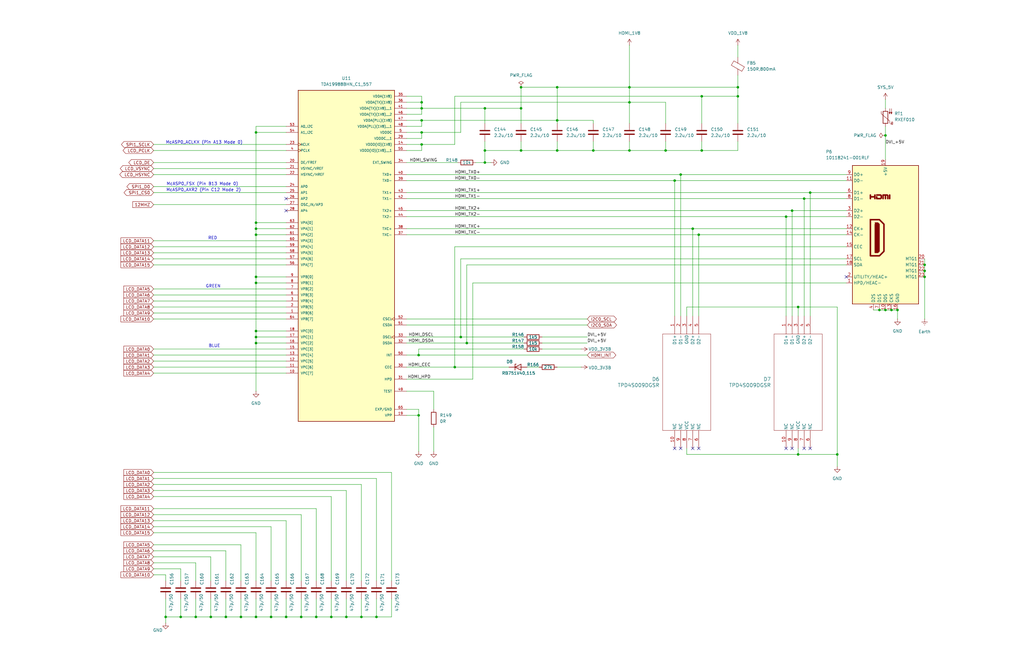
<source format=kicad_sch>
(kicad_sch (version 20231120) (generator "eeschema") (generator_version "8.0")
  (paper "B")
  (title_block (title "HDMI FRAMER"))
  (lib_symbols
    (symbol "MT41K256M16TW-107_P:C" (pin_numbers hide) (pin_names (offset 0.254))
      (property "Reference" "C" (at 0.635 2.54 0))
      (property "Value" "C" (at 0.635 -2.54 0))
      (symbol "C_1_1"
        (pin passive line (at 0 3.81 270) (length 2.794) (name "~") (number "1"))
        (pin passive line (at 0 -3.81 90) (length 2.794) (name "~") (number "2"))
      )
    )
    (symbol "MT41K256M16TW-107_P:D_Zener" (pin_numbers hide) (pin_names (offset 1.016) hide)
      (property "Reference" "D" (at 0 2.54 0))
      (property "Value" "D_Zener" (at 0 -2.54 0))
      (symbol "D_Zener_1_1"
        (pin passive line (at -3.81 0 0) (length 2.54) (name "K") (number "1"))
        (pin passive line (at 3.81 0 180) (length 2.54) (name "A") (number "2"))
      )
    )
    (symbol "MT41K256M16TW-107_P:FerriteBead" (pin_numbers hide) (pin_names (offset 0))
      (property "Reference" "FB" (at -3.81 0.635 90))
      (property "Value" "FerriteBead" (at 3.81 0 90))
      (symbol "FerriteBead_1_1"
        (pin passive line (at 0 3.81 270) (length 2.54) (name "~") (number "1"))
        (pin passive line (at 0 -3.81 90) (length 2.54) (name "~") (number "2"))
      )
    )
    (symbol "MT41K256M16TW-107_P:HDMI_D_1.4"
      (property "Reference" "P6" (at 11.43 1.2701 0))
      (property "Value" "10118241-001RLF" (at 11.43 -1.2699 0))
      (symbol "HDMI_D_1.4_1_1"
        (pin passive line (at -10.16 -19.05 0) (length 2.54) (name "HPD/HEAC-") (number "1"))
        (pin power_in line (at 6.35 -30.48 90) (length 2.54) (name "D0S") (number "10"))
        (pin passive line (at -10.16 24.13 0) (length 2.54) (name "D0-") (number "11"))
        (pin passive line (at -10.16 3.81 0) (length 2.54) (name "CK+") (number "12"))
        (pin power_in line (at 8.89 -30.48 90) (length 2.54) (name "CKS") (number "13"))
        (pin passive line (at -10.16 1.27 0) (length 2.54) (name "CK-") (number "14"))
        (pin bidirectional line (at -10.16 -3.81 0) (length 2.54) (name "CEC") (number "15"))
        (pin power_in line (at 11.43 -30.48 90) (length 2.54) (name "GND") (number "16"))
        (pin passive line (at -10.16 -8.89 0) (length 2.54) (name "SCL") (number "17"))
        (pin bidirectional line (at -10.16 -11.43 0) (length 2.54) (name "SDA") (number "18"))
        (pin power_in line (at 6.35 33.02 270) (length 2.54) (name "+5V") (number "19"))
        (pin passive line (at -10.16 -16.51 0) (length 2.54) (name "UTILITY/HEAC+") (number "2"))
        (pin passive line (at 22.86 -8.89 180) (length 2.54) (name "MTG1") (number "20"))
        (pin passive line (at 22.86 -11.43 180) (length 2.54) (name "MTG1") (number "21"))
        (pin passive line (at 22.86 -13.97 180) (length 2.54) (name "MTG1") (number "22"))
        (pin passive line (at 22.86 -16.51 180) (length 2.54) (name "MTG1") (number "23"))
        (pin passive line (at -10.16 11.43 0) (length 2.54) (name "D2+") (number "3"))
        (pin power_in line (at 1.27 -30.48 90) (length 2.54) (name "D2S") (number "4"))
        (pin passive line (at -10.16 8.89 0) (length 2.54) (name "D2-") (number "5"))
        (pin passive line (at -10.16 19.05 0) (length 2.54) (name "D1+") (number "6"))
        (pin power_in line (at 3.81 -30.48 90) (length 2.54) (name "D1S") (number "7"))
        (pin passive line (at -10.16 16.51 0) (length 2.54) (name "D1-") (number "8"))
        (pin passive line (at -10.16 26.67 0) (length 2.54) (name "D0+") (number "9"))
      )
    )
    (symbol "MT41K256M16TW-107_P:R" (pin_numbers hide) (pin_names (offset 0))
      (property "Reference" "R" (at 2.032 0 90))
      (property "Value" "R" (at 0 0 90))
      (symbol "R_1_1"
        (pin passive line (at 0 3.81 270) (length 1.27) (name "~") (number "1"))
        (pin passive line (at 0 -3.81 90) (length 1.27) (name "~") (number "2"))
      )
    )
    (symbol "MT41K256M16TW-107_P:TDA19988BHN_C1_557" (pin_names (offset 1.016))
      (property "Reference" "U" (at -20.32 64.77 0))
      (property "Value" "TDA19988BHN_C1_557" (at -20.32 -77.47 0))
      (symbol "TDA19988BHN_C1_557_0_0"
        (pin input line (at -25.4 -30.48 0) (length 5.08) (name "VPB[6]") (number "1"))
        (pin input line (at -25.4 -55.88 0) (length 5.08) (name "VPC[7]") (number "10"))
        (pin input line (at -25.4 -53.34 0) (length 5.08) (name "VPC[6]") (number "11"))
        (pin input line (at -25.4 -50.8 0) (length 5.08) (name "VPC[5]") (number "12"))
        (pin input line (at -25.4 -48.26 0) (length 5.08) (name "VPC[4]") (number "13"))
        (pin power_in line (at 25.4 40.64 180) (length 5.08) (name "VDDD(IO)(1V8)") (number "14"))
        (pin input line (at -25.4 -45.72 0) (length 5.08) (name "VPC[3]") (number "15"))
        (pin input line (at -25.4 -43.18 0) (length 5.08) (name "VPC[2]") (number "16"))
        (pin input line (at -25.4 -40.64 0) (length 5.08) (name "VPC[1]") (number "17"))
        (pin input line (at -25.4 -38.1 0) (length 5.08) (name "VPC[0]") (number "18"))
        (pin power_in line (at 25.4 -73.66 180) (length 5.08) (name "VPP") (number "19"))
        (pin input line (at -25.4 -27.94 0) (length 5.08) (name "VPB[5]") (number "2"))
        (pin input line (at -25.4 33.02 0) (length 5.08) (name "DE/FREF") (number "20"))
        (pin input line (at -25.4 30.48 0) (length 5.08) (name "VSYNC/VREF") (number "21"))
        (pin input line (at -25.4 27.94 0) (length 5.08) (name "HSYNC/HREF") (number "22"))
        (pin input clock (at -25.4 40.64 0) (length 5.08) (name "ACLK") (number "23"))
        (pin input line (at -25.4 22.86 0) (length 5.08) (name "AP0") (number "24"))
        (pin input line (at -25.4 20.32 0) (length 5.08) (name "AP1") (number "25"))
        (pin input line (at -25.4 17.78 0) (length 5.08) (name "AP2") (number "26"))
        (pin input line (at -25.4 15.24 0) (length 5.08) (name "OSC_IN/AP3") (number "27"))
        (pin input line (at -25.4 12.7 0) (length 5.08) (name "AP4") (number "28"))
        (pin power_in line (at 25.4 43.18 180) (length 5.08) (name "VDDDC__1") (number "29"))
        (pin input line (at -25.4 -25.4 0) (length 5.08) (name "VPB[4]") (number "3"))
        (pin bidirectional line (at 25.4 -53.34 180) (length 5.08) (name "CEC") (number "30"))
        (pin bidirectional line (at 25.4 -58.42 180) (length 5.08) (name "HPD") (number "31"))
        (pin bidirectional line (at 25.4 -43.18 180) (length 5.08) (name "DSDA") (number "32"))
        (pin input clock (at 25.4 -40.64 180) (length 5.08) (name "DSCL") (number "33"))
        (pin output line (at 25.4 33.02 180) (length 5.08) (name "EXT_SWING") (number "34"))
        (pin power_in line (at 25.4 60.96 180) (length 5.08) (name "VDDA(1V8)") (number "35"))
        (pin power_in line (at 25.4 58.42 180) (length 5.08) (name "VDDA(TX)(1V8)") (number "36"))
        (pin output line (at 25.4 2.54 180) (length 5.08) (name "TXC-") (number "37"))
        (pin output line (at 25.4 5.08 180) (length 5.08) (name "TXC+") (number "38"))
        (pin output line (at 25.4 25.4 180) (length 5.08) (name "TX0-") (number "39"))
        (pin input clock (at -25.4 38.1 0) (length 5.08) (name "PCLK") (number "4"))
        (pin output line (at 25.4 27.94 180) (length 5.08) (name "TX0+") (number "40"))
        (pin power_in line (at 25.4 55.88 180) (length 5.08) (name "VDDA(TX)(1V8)__1") (number "41"))
        (pin output line (at 25.4 17.78 180) (length 5.08) (name "TX1-") (number "42"))
        (pin output line (at 25.4 20.32 180) (length 5.08) (name "TX1+") (number "43"))
        (pin output line (at 25.4 10.16 180) (length 5.08) (name "TX2-") (number "44"))
        (pin output line (at 25.4 12.7 180) (length 5.08) (name "TX2+") (number "45"))
        (pin power_in line (at 25.4 53.34 180) (length 5.08) (name "VDDA(TX)(1V8)__2") (number "46"))
        (pin power_in line (at 25.4 50.8 180) (length 5.08) (name "VDDA(PLL)(1V8)") (number "47"))
        (pin power_in line (at 25.4 48.26 180) (length 5.08) (name "VDDA(PLL)(1V8)__1") (number "48"))
        (pin bidirectional line (at 25.4 -63.5 180) (length 5.08) (name "TEST") (number "49"))
        (pin power_in line (at 25.4 45.72 180) (length 5.08) (name "VDDDC") (number "5"))
        (pin bidirectional line (at 25.4 -48.26 180) (length 5.08) (name "INT") (number "50"))
        (pin bidirectional line (at 25.4 -35.56 180) (length 5.08) (name "CSDA") (number "51"))
        (pin input clock (at 25.4 -33.02 180) (length 5.08) (name "CSCL") (number "52"))
        (pin input line (at -25.4 48.26 0) (length 5.08) (name "A0_I2C") (number "53"))
        (pin input line (at -25.4 45.72 0) (length 5.08) (name "A1_I2C") (number "54"))
        (pin power_in line (at 25.4 38.1 180) (length 5.08) (name "VDDD(IO)(1V8)__1") (number "55"))
        (pin input line (at -25.4 -10.16 0) (length 5.08) (name "VPA[7]") (number "56"))
        (pin input line (at -25.4 -7.62 0) (length 5.08) (name "VPA[6]") (number "57"))
        (pin input line (at -25.4 -5.08 0) (length 5.08) (name "VPA[5]") (number "58"))
        (pin input line (at -25.4 -2.54 0) (length 5.08) (name "VPA[4]") (number "59"))
        (pin input line (at -25.4 -22.86 0) (length 5.08) (name "VPB[3]") (number "6"))
        (pin input line (at -25.4 0 0) (length 5.08) (name "VPA[3]") (number "60"))
        (pin input line (at -25.4 2.54 0) (length 5.08) (name "VPA[2]") (number "61"))
        (pin input line (at -25.4 5.08 0) (length 5.08) (name "VPA[1]") (number "62"))
        (pin input line (at -25.4 7.62 0) (length 5.08) (name "VPA[0]") (number "63"))
        (pin input line (at -25.4 -33.02 0) (length 5.08) (name "VPB[7]") (number "64"))
        (pin power_in line (at 25.4 -71.12 180) (length 5.08) (name "EXP/GND") (number "65"))
        (pin input line (at -25.4 -20.32 0) (length 5.08) (name "VPB[2]") (number "7"))
        (pin input line (at -25.4 -17.78 0) (length 5.08) (name "VPB[1]") (number "8"))
        (pin input line (at -25.4 -15.24 0) (length 5.08) (name "VPB[0]") (number "9"))
      )
    )
    (symbol "MT41K256M16TW-107_P:TPD4S009DGSR" (pin_names (offset 0.254))
      (property "Reference" "D7" (at 26.6699 6.35 90))
      (property "Value" "TPD4S009DGSR" (at 29.2099 6.35 90))
      (symbol "TPD4S009DGSR_0_1"
        (pin unspecified line (at 55.88 0 180) (length 7.62) (name "NC") (number "10"))
        (pin power_in line (at 0 -5.08 0) (length 7.62) (name "GND") (number "3"))
        (pin unspecified line (at 55.88 -10.16 180) (length 7.62) (name "NC") (number "6"))
        (pin unspecified line (at 55.88 -7.62 180) (length 7.62) (name "NC") (number "7"))
        (pin power_in line (at 55.88 -5.08 180) (length 7.62) (name "VCC") (number "8"))
        (pin unspecified line (at 55.88 -2.54 180) (length 7.62) (name "NC") (number "9"))
      )
      (symbol "TPD4S009DGSR_1_1"
        (pin bidirectional line (at 0 0 0) (length 7.62) (name "D1+") (number "1"))
        (pin bidirectional line (at 0 -2.54 0) (length 7.62) (name "D1-") (number "2"))
        (pin bidirectional line (at 0 -7.62 0) (length 7.62) (name "D2+") (number "4"))
        (pin bidirectional line (at 0 -10.16 0) (length 7.62) (name "D2-") (number "5"))
      )
    )
    (symbol "MT41K256M16TW-107_P:Thermistor_PTC" (pin_numbers hide) (pin_names (offset 0))
      (property "Reference" "TH" (at -4.064 0 90))
      (property "Value" "Thermistor_PTC" (at 3.048 0 90))
      (symbol "Thermistor_PTC_1_1"
        (pin passive line (at 0 3.81 270) (length 1.27) (name "~") (number "1"))
        (pin passive line (at 0 -3.81 90) (length 1.27) (name "~") (number "2"))
      )
    )
    (symbol "TPD4S009DGSR_1" (pin_names (offset 0.254))
      (property "Reference" "D6" (at 26.6699 6.35 90))
      (property "Value" "TPD4S009DGSR" (at 29.2099 6.35 90))
      (symbol "TPD4S009DGSR_1_0_1"
        (pin unspecified line (at 55.88 0 180) (length 7.62) (name "NC") (number "10"))
        (pin power_in line (at 0 -5.08 0) (length 7.62) (name "GND") (number "3"))
        (pin unspecified line (at 55.88 -10.16 180) (length 7.62) (name "NC") (number "6"))
        (pin unspecified line (at 55.88 -7.62 180) (length 7.62) (name "NC") (number "7"))
        (pin power_in line (at 55.88 -5.08 180) (length 7.62) (name "VCC") (number "8"))
        (pin unspecified line (at 55.88 -2.54 180) (length 7.62) (name "NC") (number "9"))
      )
      (symbol "TPD4S009DGSR_1_1_1"
        (pin bidirectional line (at 0 0 0) (length 7.62) (name "D1+") (number "1"))
        (pin bidirectional line (at 0 -2.54 0) (length 7.62) (name "D1-") (number "2"))
        (pin bidirectional line (at 0 -7.62 0) (length 7.62) (name "D2+") (number "4"))
        (pin bidirectional line (at 0 -10.16 0) (length 7.62) (name "D2-") (number "5"))
      )
    )
    (symbol "power:Earth" (power) (pin_numbers hide) (pin_names (offset 0) hide)
      (property "Value" "Earth" (at 0 -3.81 0))
      (symbol "Earth_1_1"
        (pin power_in line (at 0 0 270) (length 0) (name "~") (number "1"))
      )
    )
    (symbol "power:GND" (power) (pin_numbers hide) (pin_names (offset 0) hide)
      (property "Value" "GND" (at 0 -3.81 0))
      (symbol "GND_1_1"
        (pin power_in line (at 0 0 270) (length 0) (name "~") (number "1"))
      )
    )
    (symbol "power:PWR_FLAG" (power) (pin_numbers hide) (pin_names (offset 0) hide)
      (property "Value" "PWR_FLAG" (at 0 3.81 0))
      (symbol "PWR_FLAG_0_0"
        (pin power_out line (at 0 0 90) (length 0) (name "~") (number "1"))
      )
    )
    (symbol "power:VD" (power) (pin_numbers hide) (pin_names (offset 0) hide)
      (property "Value" "VD" (at 0 3.556 0))
      (symbol "VD_1_1"
        (pin power_in line (at 0 0 90) (length 0) (name "~") (number "1"))
      )
    )
    (symbol "power:VDD" (power) (pin_numbers hide) (pin_names (offset 0) hide)
      (property "Value" "VDD" (at 0 3.556 0))
      (symbol "VDD_1_1"
        (pin power_in line (at 0 0 90) (length 0) (name "~") (number "1"))
      )
    )
  )
  (junction (at 265.43 43.18))
  (junction (at 107.95 116.84))
  (junction (at 82.55 260.35))
  (junction (at 107.95 142.24))
  (junction (at 294.64 99.06))
  (junction (at 196.85 144.78))
  (junction (at 331.47 91.44))
  (junction (at 287.02 73.66))
  (junction (at 234.95 36.83))
  (junction (at 107.95 119.38))
  (junction (at 107.95 139.7))
  (junction (at 234.95 63.5))
  (junction (at 311.15 40.64))
  (junction (at 158.75 260.35))
  (junction (at 88.9 260.35))
  (junction (at 120.65 260.35))
  (junction (at 295.91 40.64))
  (junction (at 378.46 130.81))
  (junction (at 204.47 68.58))
  (junction (at 69.85 260.35))
  (junction (at 95.25 260.35))
  (junction (at 370.84 130.81))
  (junction (at 389.89 111.76))
  (junction (at 295.91 63.5))
  (junction (at 177.8 60.96))
  (junction (at 177.8 50.8))
  (junction (at 219.71 63.5))
  (junction (at 292.1 96.52))
  (junction (at 336.55 191.77))
  (junction (at 311.15 36.83))
  (junction (at 336.55 129.54))
  (junction (at 139.7 260.35))
  (junction (at 107.95 55.88))
  (junction (at 204.47 45.72))
  (junction (at 204.47 63.5))
  (junction (at 107.95 260.35))
  (junction (at 107.95 96.52))
  (junction (at 375.92 130.81))
  (junction (at 339.09 83.82))
  (junction (at 280.67 63.5))
  (junction (at 250.19 63.5))
  (junction (at 219.71 36.83))
  (junction (at 101.6 260.35))
  (junction (at 265.43 63.5))
  (junction (at 107.95 99.06))
  (junction (at 114.3 260.35))
  (junction (at 265.43 36.83))
  (junction (at 176.53 149.86))
  (junction (at 76.2 260.35))
  (junction (at 177.8 45.72))
  (junction (at 219.71 45.72))
  (junction (at 389.89 116.84))
  (junction (at 133.35 260.35))
  (junction (at 373.38 130.81))
  (junction (at 284.48 76.2))
  (junction (at 341.63 81.28))
  (junction (at 234.95 50.8))
  (junction (at 127 260.35))
  (junction (at 107.95 93.98))
  (junction (at 194.31 142.24))
  (junction (at 146.05 260.35))
  (junction (at 373.38 57.15))
  (junction (at 176.53 175.26))
  (junction (at 107.95 144.78))
  (junction (at 152.4 260.35))
  (junction (at 191.77 154.94))
  (junction (at 177.8 55.88))
  (junction (at 353.06 191.77))
  (junction (at 389.89 114.3))
  (junction (at 334.01 88.9))
  (junction (at 177.8 43.18))
  (no_connect (at 120.65 83.82))
  (no_connect (at 292.1 189.23))
  (no_connect (at 331.47 189.23))
  (no_connect (at 341.63 189.23))
  (no_connect (at 287.02 189.23))
  (no_connect (at 339.09 189.23))
  (no_connect (at 284.48 189.23))
  (no_connect (at 334.01 189.23))
  (no_connect (at 294.64 189.23))
  (no_connect (at 356.87 116.84))
  (no_connect (at 120.65 88.9))
  (wire (pts (xy 107.95 53.34) (xy 120.65 53.34)))
  (wire (pts (xy 64.77 207.01) (xy 146.05 207.01)))
  (wire (pts (xy 171.45 154.94) (xy 191.77 154.94)))
  (wire (pts (xy 356.87 119.38) (xy 199.39 119.38)))
  (wire (pts (xy 199.39 119.38) (xy 199.39 160.02)))
  (wire (pts (xy 191.77 154.94) (xy 214.63 154.94)))
  (wire (pts (xy 176.53 149.86) (xy 247.65 149.86)))
  (wire (pts (xy 353.06 191.77) (xy 353.06 196.85)))
  (wire (pts (xy 334.01 88.9) (xy 356.87 88.9)))
  (wire (pts (xy 82.55 260.35) (xy 88.9 260.35)))
  (wire (pts (xy 64.77 217.17) (xy 127 217.17)))
  (wire (pts (xy 64.77 104.14) (xy 120.65 104.14)))
  (wire (pts (xy 177.8 55.88) (xy 194.31 55.88)))
  (wire (pts (xy 171.45 81.28) (xy 341.63 81.28)))
  (wire (pts (xy 64.77 232.41) (xy 95.25 232.41)))
  (wire (pts (xy 114.3 252.73) (xy 114.3 260.35)))
  (wire (pts (xy 171.45 60.96) (xy 177.8 60.96)))
  (wire (pts (xy 64.77 111.76) (xy 120.65 111.76)))
  (wire (pts (xy 64.77 229.87) (xy 101.6 229.87)))
  (wire (pts (xy 311.15 36.83) (xy 311.15 40.64)))
  (wire (pts (xy 107.95 142.24) (xy 107.95 144.78)))
  (wire (pts (xy 107.95 93.98) (xy 107.95 55.88)))
  (wire (pts (xy 64.77 147.32) (xy 120.65 147.32)))
  (wire (pts (xy 389.89 109.22) (xy 389.89 111.76)))
  (wire (pts (xy 341.63 81.28) (xy 356.87 81.28)))
  (wire (pts (xy 177.8 58.42) (xy 171.45 58.42)))
  (wire (pts (xy 152.4 260.35) (xy 158.75 260.35)))
  (wire (pts (xy 373.38 41.91) (xy 373.38 45.72)))
  (wire (pts (xy 353.06 129.54) (xy 353.06 191.77)))
  (wire (pts (xy 171.45 91.44) (xy 331.47 91.44)))
  (wire (pts (xy 171.45 149.86) (xy 176.53 149.86)))
  (wire (pts (xy 114.3 222.25) (xy 114.3 245.11)))
  (wire (pts (xy 265.43 63.5) (xy 280.67 63.5)))
  (wire (pts (xy 177.8 53.34) (xy 171.45 53.34)))
  (wire (pts (xy 88.9 252.73) (xy 88.9 260.35)))
  (wire (pts (xy 76.2 260.35) (xy 82.55 260.35)))
  (wire (pts (xy 64.77 224.79) (xy 107.95 224.79)))
  (wire (pts (xy 219.71 45.72) (xy 219.71 52.07)))
  (wire (pts (xy 107.95 139.7) (xy 120.65 139.7)))
  (wire (pts (xy 177.8 63.5) (xy 171.45 63.5)))
  (wire (pts (xy 165.1 260.35) (xy 165.1 252.73)))
  (wire (pts (xy 196.85 111.76) (xy 196.85 144.78)))
  (wire (pts (xy 64.77 86.36) (xy 120.65 86.36)))
  (wire (pts (xy 64.77 78.74) (xy 120.65 78.74)))
  (wire (pts (xy 107.95 99.06) (xy 107.95 116.84)))
  (wire (pts (xy 234.95 50.8) (xy 234.95 52.07)))
  (wire (pts (xy 82.55 252.73) (xy 82.55 260.35)))
  (wire (pts (xy 204.47 68.58) (xy 207.01 68.58)))
  (wire (pts (xy 107.95 260.35) (xy 114.3 260.35)))
  (wire (pts (xy 219.71 36.83) (xy 234.95 36.83)))
  (wire (pts (xy 196.85 144.78) (xy 220.98 144.78)))
  (wire (pts (xy 177.8 48.26) (xy 171.45 48.26)))
  (wire (pts (xy 120.65 252.73) (xy 120.65 260.35)))
  (wire (pts (xy 64.77 63.5) (xy 120.65 63.5)))
  (wire (pts (xy 389.89 114.3) (xy 389.89 116.84)))
  (wire (pts (xy 177.8 43.18) (xy 177.8 45.72)))
  (wire (pts (xy 177.8 55.88) (xy 177.8 58.42)))
  (wire (pts (xy 331.47 91.44) (xy 331.47 133.35)))
  (wire (pts (xy 176.53 172.72) (xy 176.53 175.26)))
  (wire (pts (xy 64.77 129.54) (xy 120.65 129.54)))
  (wire (pts (xy 139.7 260.35) (xy 146.05 260.35)))
  (wire (pts (xy 284.48 76.2) (xy 284.48 133.35)))
  (wire (pts (xy 234.95 63.5) (xy 250.19 63.5)))
  (wire (pts (xy 228.6 144.78) (xy 247.65 144.78)))
  (wire (pts (xy 311.15 52.07) (xy 311.15 40.64)))
  (wire (pts (xy 219.71 63.5) (xy 234.95 63.5)))
  (wire (pts (xy 64.77 81.28) (xy 120.65 81.28)))
  (wire (pts (xy 356.87 111.76) (xy 196.85 111.76)))
  (wire (pts (xy 146.05 260.35) (xy 152.4 260.35)))
  (wire (pts (xy 64.77 109.22) (xy 120.65 109.22)))
  (wire (pts (xy 289.56 133.35) (xy 289.56 129.54)))
  (wire (pts (xy 176.53 175.26) (xy 176.53 190.5)))
  (wire (pts (xy 191.77 60.96) (xy 177.8 60.96)))
  (wire (pts (xy 107.95 116.84) (xy 107.95 119.38)))
  (wire (pts (xy 95.25 252.73) (xy 95.25 260.35)))
  (wire (pts (xy 171.45 83.82) (xy 339.09 83.82)))
  (wire (pts (xy 370.84 130.81) (xy 373.38 130.81)))
  (wire (pts (xy 139.7 209.55) (xy 139.7 245.11)))
  (wire (pts (xy 245.11 147.32) (xy 228.6 147.32)))
  (wire (pts (xy 176.53 149.86) (xy 176.53 147.32)))
  (wire (pts (xy 245.11 154.94) (xy 234.95 154.94)))
  (wire (pts (xy 64.77 149.86) (xy 120.65 149.86)))
  (wire (pts (xy 82.55 237.49) (xy 82.55 245.11)))
  (wire (pts (xy 64.77 101.6) (xy 120.65 101.6)))
  (wire (pts (xy 336.55 191.77) (xy 353.06 191.77)))
  (wire (pts (xy 64.77 132.08) (xy 120.65 132.08)))
  (wire (pts (xy 133.35 214.63) (xy 133.35 245.11)))
  (wire (pts (xy 294.64 99.06) (xy 294.64 133.35)))
  (wire (pts (xy 171.45 172.72) (xy 176.53 172.72)))
  (wire (pts (xy 331.47 91.44) (xy 356.87 91.44)))
  (wire (pts (xy 171.45 50.8) (xy 177.8 50.8)))
  (wire (pts (xy 64.77 71.12) (xy 120.65 71.12)))
  (wire (pts (xy 64.77 201.93) (xy 158.75 201.93)))
  (wire (pts (xy 76.2 252.73) (xy 76.2 260.35)))
  (wire (pts (xy 289.56 129.54) (xy 336.55 129.54)))
  (wire (pts (xy 64.77 234.95) (xy 88.9 234.95)))
  (wire (pts (xy 107.95 93.98) (xy 107.95 96.52)))
  (wire (pts (xy 250.19 59.69) (xy 250.19 63.5)))
  (wire (pts (xy 171.45 88.9) (xy 334.01 88.9)))
  (wire (pts (xy 107.95 119.38) (xy 120.65 119.38)))
  (wire (pts (xy 295.91 63.5) (xy 311.15 63.5)))
  (wire (pts (xy 311.15 31.75) (xy 311.15 36.83)))
  (wire (pts (xy 107.95 252.73) (xy 107.95 260.35)))
  (wire (pts (xy 171.45 134.62) (xy 247.65 134.62)))
  (wire (pts (xy 182.88 165.1) (xy 182.88 172.72)))
  (wire (pts (xy 177.8 45.72) (xy 204.47 45.72)))
  (wire (pts (xy 311.15 63.5) (xy 311.15 59.69)))
  (wire (pts (xy 356.87 109.22) (xy 194.31 109.22)))
  (wire (pts (xy 64.77 73.66) (xy 120.65 73.66)))
  (wire (pts (xy 280.67 52.07) (xy 280.67 43.18)))
  (wire (pts (xy 64.77 214.63) (xy 133.35 214.63)))
  (wire (pts (xy 107.95 144.78) (xy 120.65 144.78)))
  (wire (pts (xy 177.8 40.64) (xy 177.8 43.18)))
  (wire (pts (xy 69.85 262.89) (xy 69.85 260.35)))
  (wire (pts (xy 191.77 104.14) (xy 191.77 154.94)))
  (wire (pts (xy 294.64 99.06) (xy 356.87 99.06)))
  (wire (pts (xy 69.85 242.57) (xy 69.85 245.11)))
  (wire (pts (xy 127 217.17) (xy 127 245.11)))
  (wire (pts (xy 234.95 36.83) (xy 265.43 36.83)))
  (wire (pts (xy 287.02 73.66) (xy 356.87 73.66)))
  (wire (pts (xy 389.89 116.84) (xy 389.89 134.62)))
  (wire (pts (xy 133.35 260.35) (xy 139.7 260.35)))
  (wire (pts (xy 120.65 219.71) (xy 120.65 245.11)))
  (wire (pts (xy 334.01 88.9) (xy 334.01 133.35)))
  (wire (pts (xy 265.43 36.83) (xy 265.43 43.18)))
  (wire (pts (xy 171.45 142.24) (xy 194.31 142.24)))
  (wire (pts (xy 200.66 68.58) (xy 204.47 68.58)))
  (wire (pts (xy 378.46 130.81) (xy 378.46 134.62)))
  (wire (pts (xy 69.85 260.35) (xy 76.2 260.35)))
  (wire (pts (xy 204.47 63.5) (xy 219.71 63.5)))
  (wire (pts (xy 336.55 129.54) (xy 336.55 133.35)))
  (wire (pts (xy 107.95 144.78) (xy 107.95 165.1)))
  (wire (pts (xy 341.63 81.28) (xy 341.63 133.35)))
  (wire (pts (xy 171.45 40.64) (xy 177.8 40.64)))
  (wire (pts (xy 171.45 43.18) (xy 177.8 43.18)))
  (wire (pts (xy 280.67 59.69) (xy 280.67 63.5)))
  (wire (pts (xy 280.67 63.5) (xy 295.91 63.5)))
  (wire (pts (xy 177.8 45.72) (xy 177.8 48.26)))
  (wire (pts (xy 204.47 63.5) (xy 204.47 68.58)))
  (wire (pts (xy 336.55 129.54) (xy 353.06 129.54)))
  (wire (pts (xy 64.77 222.25) (xy 114.3 222.25)))
  (wire (pts (xy 250.19 50.8) (xy 250.19 52.07)))
  (wire (pts (xy 171.45 99.06) (xy 294.64 99.06)))
  (wire (pts (xy 171.45 96.52) (xy 292.1 96.52)))
  (wire (pts (xy 76.2 240.03) (xy 76.2 245.11)))
  (wire (pts (xy 158.75 201.93) (xy 158.75 245.11)))
  (wire (pts (xy 204.47 59.69) (xy 204.47 63.5)))
  (wire (pts (xy 171.45 175.26) (xy 176.53 175.26)))
  (wire (pts (xy 292.1 96.52) (xy 292.1 133.35)))
  (wire (pts (xy 88.9 234.95) (xy 88.9 245.11)))
  (wire (pts (xy 250.19 63.5) (xy 265.43 63.5)))
  (wire (pts (xy 191.77 40.64) (xy 191.77 60.96)))
  (wire (pts (xy 176.53 147.32) (xy 220.98 147.32)))
  (wire (pts (xy 373.38 130.81) (xy 375.92 130.81)))
  (wire (pts (xy 64.77 154.94) (xy 120.65 154.94)))
  (wire (pts (xy 120.65 93.98) (xy 107.95 93.98)))
  (wire (pts (xy 107.95 139.7) (xy 107.95 142.24)))
  (wire (pts (xy 127 260.35) (xy 133.35 260.35)))
  (wire (pts (xy 64.77 240.03) (xy 76.2 240.03)))
  (wire (pts (xy 265.43 19.05) (xy 265.43 36.83)))
  (wire (pts (xy 152.4 252.73) (xy 152.4 260.35)))
  (wire (pts (xy 107.95 116.84) (xy 120.65 116.84)))
  (wire (pts (xy 287.02 73.66) (xy 287.02 133.35)))
  (wire (pts (xy 133.35 252.73) (xy 133.35 260.35)))
  (wire (pts (xy 107.95 119.38) (xy 107.95 139.7)))
  (wire (pts (xy 171.45 68.58) (xy 193.04 68.58)))
  (wire (pts (xy 234.95 36.83) (xy 234.95 50.8)))
  (wire (pts (xy 127 252.73) (xy 127 260.35)))
  (wire (pts (xy 373.38 57.15) (xy 373.38 67.31)))
  (wire (pts (xy 336.55 189.23) (xy 336.55 191.77)))
  (wire (pts (xy 64.77 157.48) (xy 120.65 157.48)))
  (wire (pts (xy 64.77 209.55) (xy 139.7 209.55)))
  (wire (pts (xy 171.45 144.78) (xy 196.85 144.78)))
  (wire (pts (xy 64.77 237.49) (xy 82.55 237.49)))
  (wire (pts (xy 64.77 127) (xy 120.65 127)))
  (wire (pts (xy 295.91 40.64) (xy 191.77 40.64)))
  (wire (pts (xy 171.45 137.16) (xy 247.65 137.16)))
  (wire (pts (xy 64.77 68.58) (xy 120.65 68.58)))
  (wire (pts (xy 64.77 134.62) (xy 120.65 134.62)))
  (wire (pts (xy 107.95 96.52) (xy 107.95 99.06)))
  (wire (pts (xy 69.85 252.73) (xy 69.85 260.35)))
  (wire (pts (xy 64.77 204.47) (xy 152.4 204.47)))
  (wire (pts (xy 107.95 55.88) (xy 120.65 55.88)))
  (wire (pts (xy 234.95 59.69) (xy 234.95 63.5)))
  (wire (pts (xy 171.45 165.1) (xy 182.88 165.1)))
  (wire (pts (xy 295.91 59.69) (xy 295.91 63.5)))
  (wire (pts (xy 289.56 189.23) (xy 289.56 191.77)))
  (wire (pts (xy 139.7 252.73) (xy 139.7 260.35)))
  (wire (pts (xy 158.75 260.35) (xy 165.1 260.35)))
  (wire (pts (xy 222.25 154.94) (xy 227.33 154.94)))
  (wire (pts (xy 64.77 60.96) (xy 120.65 60.96)))
  (wire (pts (xy 234.95 50.8) (xy 250.19 50.8)))
  (wire (pts (xy 107.95 142.24) (xy 120.65 142.24)))
  (wire (pts (xy 339.09 83.82) (xy 356.87 83.82)))
  (wire (pts (xy 95.25 260.35) (xy 101.6 260.35)))
  (wire (pts (xy 265.43 36.83) (xy 311.15 36.83)))
  (wire (pts (xy 64.77 199.39) (xy 165.1 199.39)))
  (wire (pts (xy 311.15 19.05) (xy 311.15 24.13)))
  (wire (pts (xy 88.9 260.35) (xy 95.25 260.35)))
  (wire (pts (xy 107.95 99.06) (xy 120.65 99.06)))
  (wire (pts (xy 64.77 124.46) (xy 120.65 124.46)))
  (wire (pts (xy 107.95 96.52) (xy 120.65 96.52)))
  (wire (pts (xy 265.43 43.18) (xy 265.43 52.07)))
  (wire (pts (xy 146.05 207.01) (xy 146.05 245.11)))
  (wire (pts (xy 194.31 142.24) (xy 220.98 142.24)))
  (wire (pts (xy 171.45 73.66) (xy 287.02 73.66)))
  (wire (pts (xy 64.77 106.68) (xy 120.65 106.68)))
  (wire (pts (xy 368.3 130.81) (xy 370.84 130.81)))
  (wire (pts (xy 204.47 45.72) (xy 219.71 45.72)))
  (wire (pts (xy 194.31 43.18) (xy 265.43 43.18)))
  (wire (pts (xy 228.6 142.24) (xy 247.65 142.24)))
  (wire (pts (xy 295.91 40.64) (xy 295.91 52.07)))
  (wire (pts (xy 339.09 83.82) (xy 339.09 133.35)))
  (wire (pts (xy 95.25 232.41) (xy 95.25 245.11)))
  (wire (pts (xy 120.65 260.35) (xy 127 260.35)))
  (wire (pts (xy 64.77 121.92) (xy 120.65 121.92)))
  (wire (pts (xy 292.1 96.52) (xy 356.87 96.52)))
  (wire (pts (xy 194.31 109.22) (xy 194.31 142.24)))
  (wire (pts (xy 311.15 40.64) (xy 295.91 40.64)))
  (wire (pts (xy 194.31 55.88) (xy 194.31 43.18)))
  (wire (pts (xy 182.88 180.34) (xy 182.88 190.5)))
  (wire (pts (xy 204.47 45.72) (xy 204.47 52.07)))
  (wire (pts (xy 219.71 45.72) (xy 219.71 36.83)))
  (wire (pts (xy 356.87 104.14) (xy 191.77 104.14)))
  (wire (pts (xy 64.77 219.71) (xy 120.65 219.71)))
  (wire (pts (xy 101.6 229.87) (xy 101.6 245.11)))
  (wire (pts (xy 107.95 224.79) (xy 107.95 245.11)))
  (wire (pts (xy 146.05 252.73) (xy 146.05 260.35)))
  (wire (pts (xy 64.77 242.57) (xy 69.85 242.57)))
  (wire (pts (xy 101.6 252.73) (xy 101.6 260.35)))
  (wire (pts (xy 165.1 199.39) (xy 165.1 245.11)))
  (wire (pts (xy 284.48 76.2) (xy 356.87 76.2)))
  (wire (pts (xy 289.56 191.77) (xy 336.55 191.77)))
  (wire (pts (xy 152.4 204.47) (xy 152.4 245.11)))
  (wire (pts (xy 114.3 260.35) (xy 120.65 260.35)))
  (wire (pts (xy 177.8 60.96) (xy 177.8 63.5)))
  (wire (pts (xy 177.8 50.8) (xy 234.95 50.8)))
  (wire (pts (xy 280.67 43.18) (xy 265.43 43.18)))
  (wire (pts (xy 373.38 53.34) (xy 373.38 57.15)))
  (wire (pts (xy 375.92 130.81) (xy 378.46 130.81)))
  (wire (pts (xy 171.45 45.72) (xy 177.8 45.72)))
  (wire (pts (xy 107.95 55.88) (xy 107.95 53.34)))
  (wire (pts (xy 171.45 160.02) (xy 199.39 160.02)))
  (wire (pts (xy 101.6 260.35) (xy 107.95 260.35)))
  (wire (pts (xy 158.75 252.73) (xy 158.75 260.35)))
  (wire (pts (xy 171.45 76.2) (xy 284.48 76.2)))
  (wire (pts (xy 64.77 152.4) (xy 120.65 152.4)))
  (wire (pts (xy 389.89 111.76) (xy 389.89 114.3)))
  (wire (pts (xy 219.71 59.69) (xy 219.71 63.5)))
  (wire (pts (xy 177.8 50.8) (xy 177.8 53.34)))
  (wire (pts (xy 265.43 59.69) (xy 265.43 63.5)))
  (wire (pts (xy 171.45 55.88) (xy 177.8 55.88)))
  (text "McASP0_ACLKX (Pin A13 Mode 0)" (at 86.106 60.198 0) (effects (font (size 1.27 1.27))))
  (text "McASP0_FSX (Pin B13 Mode 0)" (at 85.344 77.724 0) (effects (font (size 1.27 1.27))))
  (text "GREEN" (at 89.916 120.904 0) (effects (font (size 1.27 1.27))))
  (text "RED" (at 89.662 100.584 0) (effects (font (size 1.27 1.27))))
  (text "BLUE" (at 90.424 146.05 0) (effects (font (size 1.27 1.27))))
  (text "McASP0_AXR2 (Pin C12 Mode 2)" (at 85.852 80.264 0) (effects (font (size 1.27 1.27))))
  (label "HDMI_TX1-" (at 191.77 83.82 0))
  (label "HDMI_TX0+" (at 191.77 73.66 0))
  (label "DVI_+5V" (at 373.38 60.96 0))
  (label "HDMI_DSDA" (at 182.88 144.78 180))
  (label "HDMI_HPD" (at 181.61 160.02 180))
  (label "DVI_+5V" (at 247.65 144.78 0))
  (label "HDMI_DSCL" (at 182.88 142.24 180))
  (label "HDMI_TX1+" (at 191.77 81.28 0))
  (label "HDMI_SWING" (at 172.72 68.58 0))
  (label "HDMI_TXC+" (at 191.77 96.52 0))
  (label "HDMI_TX0-" (at 191.77 76.2 0))
  (label "HDMI_TX2+" (at 191.77 88.9 0))
  (label "HDMI_CEC" (at 181.61 154.94 180))
  (label "HDMI_TXC-" (at 191.77 99.06 0))
  (label "HDMI_TX2-" (at 191.77 91.44 0))
  (label "DVI_+5V" (at 247.65 142.24 0))
  (global_label "LCD_DATA12" (shape input) (at 64.77 104.14 180) (property "Intersheetrefs" "${INTERSHEET_REFS}" (effects (hide yes))))
  (global_label "LCD_DATA15" (shape input) (at 64.77 224.79 180) (property "Intersheetrefs" "${INTERSHEET_REFS}" (effects (hide yes))))
  (global_label "LCD_DATA1" (shape input) (at 64.77 201.93 180) (property "Intersheetrefs" "${INTERSHEET_REFS}" (effects (hide yes))))
  (global_label "LCD_DATA6" (shape input) (at 64.77 232.41 180) (property "Intersheetrefs" "${INTERSHEET_REFS}" (effects (hide yes))))
  (global_label "LCD_DATA9" (shape input) (at 64.77 132.08 180) (property "Intersheetrefs" "${INTERSHEET_REFS}" (effects (hide yes))))
  (global_label "HDMI_INT" (shape bidirectional) (at 247.65 149.86 0) (property "Intersheetrefs" "${INTERSHEET_REFS}" (effects (hide yes))))
  (global_label "LCD_DATA7" (shape input) (at 64.77 234.95 180) (property "Intersheetrefs" "${INTERSHEET_REFS}" (effects (hide yes))))
  (global_label "LCD_HSYNC" (shape bidirectional) (at 64.77 73.66 180) (property "Intersheetrefs" "${INTERSHEET_REFS}" (effects (hide yes))))
  (global_label "SPI1_CS0" (shape bidirectional) (at 64.77 81.28 180) (property "Intersheetrefs" "${INTERSHEET_REFS}" (effects (hide yes))))
  (global_label "12MHZ" (shape input) (at 64.77 86.36 180) (property "Intersheetrefs" "${INTERSHEET_REFS}" (effects (hide yes))))
  (global_label "I2C0_SDA" (shape bidirectional) (at 247.65 137.16 0) (property "Intersheetrefs" "${INTERSHEET_REFS}" (effects (hide yes))))
  (global_label "LCD_DATA5" (shape input) (at 64.77 229.87 180) (property "Intersheetrefs" "${INTERSHEET_REFS}" (effects (hide yes))))
  (global_label "LCD_DATA14" (shape input) (at 64.77 109.22 180) (property "Intersheetrefs" "${INTERSHEET_REFS}" (effects (hide yes))))
  (global_label "LCD_DATA8" (shape input) (at 64.77 237.49 180) (property "Intersheetrefs" "${INTERSHEET_REFS}" (effects (hide yes))))
  (global_label "SPI1_SCLK" (shape bidirectional) (at 64.77 60.96 180) (property "Intersheetrefs" "${INTERSHEET_REFS}" (effects (hide yes))))
  (global_label "LCD_DATA2" (shape input) (at 64.77 152.4 180) (property "Intersheetrefs" "${INTERSHEET_REFS}" (effects (hide yes))))
  (global_label "LCD_DE" (shape bidirectional) (at 64.77 68.58 180) (property "Intersheetrefs" "${INTERSHEET_REFS}" (effects (hide yes))))
  (global_label "LCD_DATA8" (shape input) (at 64.77 129.54 180) (property "Intersheetrefs" "${INTERSHEET_REFS}" (effects (hide yes))))
  (global_label "LCD_DATA0" (shape input) (at 64.77 147.32 180) (property "Intersheetrefs" "${INTERSHEET_REFS}" (effects (hide yes))))
  (global_label "I2C0_SCL" (shape bidirectional) (at 247.65 134.62 0) (property "Intersheetrefs" "${INTERSHEET_REFS}" (effects (hide yes))))
  (global_label "LCD_DATA13" (shape input) (at 64.77 219.71 180) (property "Intersheetrefs" "${INTERSHEET_REFS}" (effects (hide yes))))
  (global_label "LCD_DATA1" (shape input) (at 64.77 149.86 180) (property "Intersheetrefs" "${INTERSHEET_REFS}" (effects (hide yes))))
  (global_label "LCD_DATA9" (shape input) (at 64.77 240.03 180) (property "Intersheetrefs" "${INTERSHEET_REFS}" (effects (hide yes))))
  (global_label "LCD_DATA6" (shape input) (at 64.77 124.46 180) (property "Intersheetrefs" "${INTERSHEET_REFS}" (effects (hide yes))))
  (global_label "LCD_DATA4" (shape input) (at 64.77 157.48 180) (property "Intersheetrefs" "${INTERSHEET_REFS}" (effects (hide yes))))
  (global_label "LCD_VSYNC" (shape bidirectional) (at 64.77 71.12 180) (property "Intersheetrefs" "${INTERSHEET_REFS}" (effects (hide yes))))
  (global_label "LCD_DATA15" (shape input) (at 64.77 111.76 180) (property "Intersheetrefs" "${INTERSHEET_REFS}" (effects (hide yes))))
  (global_label "LCD_DATA14" (shape input) (at 64.77 222.25 180) (property "Intersheetrefs" "${INTERSHEET_REFS}" (effects (hide yes))))
  (global_label "LCD_DATA4" (shape input) (at 64.77 209.55 180) (property "Intersheetrefs" "${INTERSHEET_REFS}" (effects (hide yes))))
  (global_label "LCD_DATA2" (shape input) (at 64.77 204.47 180) (property "Intersheetrefs" "${INTERSHEET_REFS}" (effects (hide yes))))
  (global_label "LCD_DATA5" (shape input) (at 64.77 121.92 180) (property "Intersheetrefs" "${INTERSHEET_REFS}" (effects (hide yes))))
  (global_label "LCD_DATA10" (shape input) (at 64.77 242.57 180) (property "Intersheetrefs" "${INTERSHEET_REFS}" (effects (hide yes))))
  (global_label "LCD_DATA12" (shape input) (at 64.77 217.17 180) (property "Intersheetrefs" "${INTERSHEET_REFS}" (effects (hide yes))))
  (global_label "LCD_DATA11" (shape input) (at 64.77 214.63 180) (property "Intersheetrefs" "${INTERSHEET_REFS}" (effects (hide yes))))
  (global_label "LCD_DATA10" (shape input) (at 64.77 134.62 180) (property "Intersheetrefs" "${INTERSHEET_REFS}" (effects (hide yes))))
  (global_label "LCD_DATA11" (shape input) (at 64.77 101.6 180) (property "Intersheetrefs" "${INTERSHEET_REFS}" (effects (hide yes))))
  (global_label "LCD_DATA3" (shape input) (at 64.77 207.01 180) (property "Intersheetrefs" "${INTERSHEET_REFS}" (effects (hide yes))))
  (global_label "LCD_DATA3" (shape input) (at 64.77 154.94 180) (property "Intersheetrefs" "${INTERSHEET_REFS}" (effects (hide yes))))
  (global_label "LCD_DATA0" (shape input) (at 64.77 199.39 180) (property "Intersheetrefs" "${INTERSHEET_REFS}" (effects (hide yes))))
  (global_label "SPI1_D0" (shape bidirectional) (at 64.77 78.74 180) (property "Intersheetrefs" "${INTERSHEET_REFS}" (effects (hide yes))))
  (global_label "LCD_DATA13" (shape input) (at 64.77 106.68 180) (property "Intersheetrefs" "${INTERSHEET_REFS}" (effects (hide yes))))
  (global_label "LCD_DATA7" (shape input) (at 64.77 127 180) (property "Intersheetrefs" "${INTERSHEET_REFS}" (effects (hide yes))))
  (global_label "LCD_PCLK" (shape bidirectional) (at 64.77 63.5 180) (property "Intersheetrefs" "${INTERSHEET_REFS}" (effects (hide yes))))
  (symbol (lib_id "MT41K256M16TW-107_P:R") (at 224.79 144.78 270) (unit 1)
    (property "Reference" "R147" (at 218.44 143.764 90))
    (property "Value" "1k5" (at 224.79 144.78 90))
    (property "Footprint" "footprints:R_0402_1005Metric" (effects (hide yes)))
    (property "Description" "Resistor" (effects (hide yes)))
  )
  (symbol (lib_id "MT41K256M16TW-107_P:C") (at 204.47 55.88 0) (unit 1)
    (property "Reference" "C144" (at 208.28 54.6099 0) (effects (justify left)))
    (property "Value" "2.2u/10" (at 208.28 57.1499 0) (effects (justify left)))
    (property "Footprint" "footprints:C_0402_1005Metric" (effects (hide yes)))
    (property "Description" "Unpolarized capacitor" (effects (hide yes)))
  )
  (symbol (lib_id "MT41K256M16TW-107_P:C") (at 139.7 248.92 0) (unit 1)
    (property "Reference" "C169" (at 142.24 246.888 90) (effects (justify left)))
    (property "Value" "47p/50" (at 141.986 258.064 90) (effects (justify left)))
    (property "Footprint" "footprints:C_0402_1005Metric" (effects (hide yes)))
    (property "Description" "Unpolarized capacitor" (effects (hide yes)))
  )
  (symbol (lib_id "MT41K256M16TW-107_P:C") (at 107.95 248.92 0) (unit 1)
    (property "Reference" "C164" (at 110.49 246.888 90) (effects (justify left)))
    (property "Value" "47p/50" (at 110.236 258.064 90) (effects (justify left)))
    (property "Footprint" "footprints:C_0402_1005Metric" (effects (hide yes)))
    (property "Description" "Unpolarized capacitor" (effects (hide yes)))
  )
  (symbol (lib_id "MT41K256M16TW-107_P:C") (at 88.9 248.92 0) (unit 1)
    (property "Reference" "C161" (at 91.44 246.888 90) (effects (justify left)))
    (property "Value" "47p/50" (at 91.186 258.064 90) (effects (justify left)))
    (property "Footprint" "footprints:C_0402_1005Metric" (effects (hide yes)))
    (property "Description" "Unpolarized capacitor" (effects (hide yes)))
  )
  (symbol (lib_id "MT41K256M16TW-107_P:C") (at 165.1 248.92 0) (unit 1)
    (property "Reference" "C173" (at 167.64 246.888 90) (effects (justify left)))
    (property "Value" "47p/50" (at 167.386 258.064 90) (effects (justify left)))
    (property "Footprint" "footprints:C_0402_1005Metric" (effects (hide yes)))
    (property "Description" "Unpolarized capacitor" (effects (hide yes)))
  )
  (symbol (lib_id "MT41K256M16TW-107_P:C") (at 152.4 248.92 0) (unit 1)
    (property "Reference" "C172" (at 154.94 246.888 90) (effects (justify left)))
    (property "Value" "47p/50" (at 154.686 258.064 90) (effects (justify left)))
    (property "Footprint" "footprints:C_0402_1005Metric" (effects (hide yes)))
    (property "Description" "Unpolarized capacitor" (effects (hide yes)))
  )
  (symbol (lib_id "MT41K256M16TW-107_P:C") (at 250.19 55.88 0) (unit 1)
    (property "Reference" "C147" (at 254 54.6099 0) (effects (justify left)))
    (property "Value" "2.2u/10" (at 254 57.1499 0) (effects (justify left)))
    (property "Footprint" "footprints:C_0402_1005Metric" (effects (hide yes)))
    (property "Description" "Unpolarized capacitor" (effects (hide yes)))
  )
  (symbol (lib_id "MT41K256M16TW-107_P:FerriteBead") (at 311.15 27.94 0) (unit 1)
    (property "Reference" "FB5" (at 314.96 26.6191 0) (effects (justify left)))
    (property "Value" "150R,800mA" (at 314.96 29.1591 0) (effects (justify left)))
    (property "Footprint" "Inductor_SMD:L_0805_2012Metric" (effects (hide yes)))
    (property "Description" "Ferrite bead" (effects (hide yes)))
  )
  (symbol (lib_id "power:GND") (at 182.88 190.5 0) (unit 1)
    (property "Reference" "#PWR0174" (effects (hide yes)))
    (property "Value" "GND" (at 182.88 195.58 0))
    (property "Description" "Power symbol creates a global label with name \"GND\" , ground" (effects (hide yes)))
  )
  (symbol (lib_id "MT41K256M16TW-107_P:C") (at 69.85 248.92 0) (unit 1)
    (property "Reference" "C156" (at 72.39 246.888 90) (effects (justify left)))
    (property "Value" "47p/50" (at 72.136 258.064 90) (effects (justify left)))
    (property "Footprint" "footprints:C_0402_1005Metric" (effects (hide yes)))
    (property "Description" "Unpolarized capacitor" (effects (hide yes)))
  )
  (symbol (lib_id "MT41K256M16TW-107_P:C") (at 76.2 248.92 0) (unit 1)
    (property "Reference" "C157" (at 78.74 246.888 90) (effects (justify left)))
    (property "Value" "47p/50" (at 78.486 258.064 90) (effects (justify left)))
    (property "Footprint" "footprints:C_0402_1005Metric" (effects (hide yes)))
    (property "Description" "Unpolarized capacitor" (effects (hide yes)))
  )
  (symbol (lib_id "MT41K256M16TW-107_P:HDMI_D_1.4") (at 367.03 100.33 0) (unit 1)
    (property "Reference" "P6" (at 348.234 64.008 0) (effects (justify left)))
    (property "Value" "10118241-001RLF" (at 348.234 66.548 0) (effects (justify left)))
    (property "Footprint" "footprints:CONN_10118241-001RLF_AMP" (effects (hide yes)))
    (property "Datasheet" "http://pinoutguide.com/PortableDevices/micro_hdmi_type_d_pinout.shtml" (effects (hide yes)))
    (property "Description" "HDMI 1.4+ type D connector" (effects (hide yes)))
  )
  (symbol (lib_id "power:GND") (at 107.95 165.1 0) (unit 1)
    (property "Reference" "#PWR0172" (effects (hide yes)))
    (property "Value" "GND" (at 107.95 170.18 0))
    (property "Description" "Power symbol creates a global label with name \"GND\" , ground" (effects (hide yes)))
  )
  (symbol (lib_id "power:GND") (at 353.06 196.85 0) (unit 1)
    (property "Reference" "#PWR0183" (effects (hide yes)))
    (property "Value" "GND" (at 353.06 201.93 0))
    (property "Description" "Power symbol creates a global label with name \"GND\" , ground" (effects (hide yes)))
  )
  (symbol (lib_id "MT41K256M16TW-107_P:C") (at 133.35 248.92 0) (unit 1)
    (property "Reference" "C168" (at 135.89 246.888 90) (effects (justify left)))
    (property "Value" "47p/50" (at 135.636 258.064 90) (effects (justify left)))
    (property "Footprint" "footprints:C_0402_1005Metric" (effects (hide yes)))
    (property "Description" "Unpolarized capacitor" (effects (hide yes)))
  )
  (symbol (lib_id "MT41K256M16TW-107_P:C") (at 265.43 55.88 0) (unit 1)
    (property "Reference" "C148" (at 269.24 54.6099 0) (effects (justify left)))
    (property "Value" "2.2u/10" (at 269.24 57.1499 0) (effects (justify left)))
    (property "Footprint" "footprints:C_0402_1005Metric" (effects (hide yes)))
    (property "Description" "Unpolarized capacitor" (effects (hide yes)))
  )
  (symbol (lib_id "power:GND") (at 69.85 262.89 0) (unit 1)
    (property "Reference" "#PWR0184" (effects (hide yes)))
    (property "Value" "GND" (at 66.548 265.938 0))
    (property "Description" "Power symbol creates a global label with name \"GND\" , ground" (effects (hide yes)))
  )
  (symbol (lib_id "MT41K256M16TW-107_P:R") (at 231.14 154.94 270) (unit 1)
    (property "Reference" "R166" (at 224.79 153.924 90))
    (property "Value" "27k" (at 231.14 154.94 90))
    (property "Footprint" "footprints:R_0402_1005Metric" (effects (hide yes)))
    (property "Description" "Resistor" (effects (hide yes)))
  )
  (symbol (lib_id "power:VDD") (at 265.43 19.05 0) (unit 1)
    (property "Reference" "#PWR0182" (effects (hide yes)))
    (property "Value" "HDMI_1V8" (at 265.43 13.97 0))
    (property "Description" "Power symbol creates a global label with name \"VDD\"" (effects (hide yes)))
  )
  (symbol (lib_id "power:VD") (at 245.11 154.94 270) (unit 1)
    (property "Reference" "#PWR0176" (effects (hide yes)))
    (property "Value" "VDD_3V3B" (at 248.158 155.194 90) (effects (justify left)))
    (property "Description" "Power symbol creates a global label with name \"VD\"" (effects (hide yes)))
  )
  (symbol (lib_id "power:VD") (at 311.15 19.05 0) (unit 1)
    (property "Reference" "#PWR0181" (effects (hide yes)))
    (property "Value" "VDD_1V8" (at 311.15 13.97 0))
    (property "Description" "Power symbol creates a global label with name \"VD\"" (effects (hide yes)))
  )
  (symbol (lib_id "MT41K256M16TW-107_P:C") (at 146.05 248.92 0) (unit 1)
    (property "Reference" "C170" (at 148.59 246.888 90) (effects (justify left)))
    (property "Value" "47p/50" (at 148.336 258.064 90) (effects (justify left)))
    (property "Footprint" "footprints:C_0402_1005Metric" (effects (hide yes)))
    (property "Description" "Unpolarized capacitor" (effects (hide yes)))
  )
  (symbol (lib_id "power:GND") (at 176.53 190.5 0) (unit 1)
    (property "Reference" "#PWR0173" (effects (hide yes)))
    (property "Value" "GND" (at 176.53 195.58 0))
    (property "Description" "Power symbol creates a global label with name \"GND\" , ground" (effects (hide yes)))
  )
  (symbol (lib_id "MT41K256M16TW-107_P:C") (at 219.71 55.88 0) (unit 1)
    (property "Reference" "C145" (at 223.52 54.6099 0) (effects (justify left)))
    (property "Value" "2.2u/10" (at 223.52 57.1499 0) (effects (justify left)))
    (property "Footprint" "footprints:C_0402_1005Metric" (effects (hide yes)))
    (property "Description" "Unpolarized capacitor" (effects (hide yes)))
  )
  (symbol (lib_id "MT41K256M16TW-107_P:R") (at 196.85 68.58 270) (unit 1)
    (property "Reference" "R148" (at 190.5 67.564 90))
    (property "Value" "10k" (at 196.85 68.58 90))
    (property "Footprint" "footprints:R_0402_1005Metric" (effects (hide yes)))
    (property "Description" "Resistor" (effects (hide yes)))
  )
  (symbol (lib_id "MT41K256M16TW-107_P:C") (at 82.55 248.92 0) (unit 1)
    (property "Reference" "C160" (at 85.09 246.888 90) (effects (justify left)))
    (property "Value" "47p/50" (at 84.836 258.064 90) (effects (justify left)))
    (property "Footprint" "footprints:C_0402_1005Metric" (effects (hide yes)))
    (property "Description" "Unpolarized capacitor" (effects (hide yes)))
  )
  (symbol (lib_id "MT41K256M16TW-107_P:C") (at 158.75 248.92 0) (unit 1)
    (property "Reference" "C171" (at 161.29 246.888 90) (effects (justify left)))
    (property "Value" "47p/50" (at 161.036 258.064 90) (effects (justify left)))
    (property "Footprint" "footprints:C_0402_1005Metric" (effects (hide yes)))
    (property "Description" "Unpolarized capacitor" (effects (hide yes)))
  )
  (symbol (lib_id "MT41K256M16TW-107_P:TDA19988BHN_C1_557") (at 146.05 101.6 0) (unit 1)
    (property "Reference" "U11" (at 146.05 33.02 0))
    (property "Value" "TDA19988BHN_C1_557" (at 146.05 35.56 0))
    (property "Footprint" "footprints:QFN50P900X900X100-65N" (effects (hide yes)))
    (property "PARTREV" "3" (effects (hide yes)))
    (property "STANDARD" "IPC 7351B" (effects (hide yes)))
    (property "MAXIMUM_PACKAGE_HEIGHT" "1.0 mm" (effects (hide yes)))
    (property "MANUFACTURER" "NXP Semiconductors" (effects (hide yes)))
  )
  (symbol (lib_id "MT41K256M16TW-107_P:C") (at 127 248.92 0) (unit 1)
    (property "Reference" "C167" (at 129.54 246.888 90) (effects (justify left)))
    (property "Value" "47p/50" (at 129.286 258.064 90) (effects (justify left)))
    (property "Footprint" "footprints:C_0402_1005Metric" (effects (hide yes)))
    (property "Description" "Unpolarized capacitor" (effects (hide yes)))
  )
  (symbol (lib_name "TPD4S009DGSR_1") (lib_id "MT41K256M16TW-107_P:TPD4S009DGSR_1") (at 284.48 133.35 90) (mirror x) (unit 1)
    (property "Reference" "D6" (at 278.13 160.0199 90) (effects (font (size 1.524 1.524)) (justify left)))
    (property "Value" "TPD4S009DGSR" (at 278.13 162.5599 90) (effects (font (size 1.524 1.524)) (justify left)))
    (property "Footprint" "Package_SO:TSSOP-10_3x3mm_P0.5mm" (effects (hide yes)))
    (property "Datasheet" "TPD4S009DGSR" (effects (hide yes)))
  )
  (symbol (lib_id "power:Earth") (at 389.89 134.62 0) (unit 1)
    (property "Reference" "#PWR0179" (effects (hide yes)))
    (property "Value" "Earth" (at 389.89 139.954 0))
    (property "Description" "Power symbol creates a global label with name \"Earth\"" (effects (hide yes)))
  )
  (symbol (lib_id "MT41K256M16TW-107_P:C") (at 120.65 248.92 0) (unit 1)
    (property "Reference" "C166" (at 123.19 246.888 90) (effects (justify left)))
    (property "Value" "47p/50" (at 122.936 258.064 90) (effects (justify left)))
    (property "Footprint" "footprints:C_0402_1005Metric" (effects (hide yes)))
    (property "Description" "Unpolarized capacitor" (effects (hide yes)))
  )
  (symbol (lib_id "MT41K256M16TW-107_P:R") (at 182.88 176.53 0) (unit 1)
    (property "Reference" "R149" (at 185.42 175.2599 0) (effects (justify left)))
    (property "Value" "0R" (at 185.42 177.7999 0) (effects (justify left)))
    (property "Footprint" "footprints:R_0402_1005Metric" (effects (hide yes)))
    (property "Description" "Resistor" (effects (hide yes)))
  )
  (symbol (lib_id "power:GND") (at 207.01 68.58 90) (unit 1)
    (property "Reference" "#PWR0177" (effects (hide yes)))
    (property "Value" "GND" (at 210.82 68.5799 90) (effects (justify right)))
    (property "Description" "Power symbol creates a global label with name \"GND\" , ground" (effects (hide yes)))
  )
  (symbol (lib_id "MT41K256M16TW-107_P:C") (at 95.25 248.92 0) (unit 1)
    (property "Reference" "C162" (at 97.79 246.888 90) (effects (justify left)))
    (property "Value" "47p/50" (at 97.536 258.064 90) (effects (justify left)))
    (property "Footprint" "footprints:C_0402_1005Metric" (effects (hide yes)))
    (property "Description" "Unpolarized capacitor" (effects (hide yes)))
  )
  (symbol (lib_id "power:PWR_FLAG") (at 373.38 57.15 90) (unit 1)
    (property "Reference" "#FLG022" (effects (hide yes)))
    (property "Value" "PWR_FLAG" (at 369.57 57.1499 90) (effects (justify left)))
    (property "Description" "Special symbol for telling ERC where power comes from" (effects (hide yes)))
  )
  (symbol (lib_id "power:VD") (at 245.11 147.32 270) (unit 1)
    (property "Reference" "#PWR0175" (effects (hide yes)))
    (property "Value" "VDD_3V3B" (at 248.158 147.32 90) (effects (justify left)))
    (property "Description" "Power symbol creates a global label with name \"VD\"" (effects (hide yes)))
  )
  (symbol (lib_id "power:GND") (at 378.46 134.62 0) (unit 1)
    (property "Reference" "#PWR0178" (effects (hide yes)))
    (property "Value" "GND" (at 378.46 139.7 0))
    (property "Description" "Power symbol creates a global label with name \"GND\" , ground" (effects (hide yes)))
  )
  (symbol (lib_id "MT41K256M16TW-107_P:C") (at 280.67 55.88 0) (unit 1)
    (property "Reference" "C149" (at 284.48 54.6099 0) (effects (justify left)))
    (property "Value" "2.2u/10" (at 284.48 57.1499 0) (effects (justify left)))
    (property "Footprint" "footprints:C_0402_1005Metric" (effects (hide yes)))
    (property "Description" "Unpolarized capacitor" (effects (hide yes)))
  )
  (symbol (lib_id "MT41K256M16TW-107_P:R") (at 224.79 142.24 270) (unit 1)
    (property "Reference" "R146" (at 218.44 141.224 90))
    (property "Value" "1k5" (at 224.79 142.24 90))
    (property "Footprint" "footprints:R_0402_1005Metric" (effects (hide yes)))
    (property "Description" "Resistor" (effects (hide yes)))
  )
  (symbol (lib_id "MT41K256M16TW-107_P:Thermistor_PTC") (at 373.38 49.53 180) (unit 1)
    (property "Reference" "RT1" (at 377.19 47.9424 0) (effects (justify right)))
    (property "Value" "RXEF010" (at 377.19 50.4824 0) (effects (justify right)))
    (property "Footprint" "footprints:rxef010" (effects (hide yes)))
    (property "Description" "Temperature dependent resistor, positive temperature coefficient" (effects (hide yes)))
  )
  (symbol (lib_id "power:PWR_FLAG") (at 219.71 36.83 0) (unit 1)
    (property "Reference" "#FLG021" (effects (hide yes)))
    (property "Value" "PWR_FLAG" (at 219.71 31.75 0))
    (property "Description" "Special symbol for telling ERC where power comes from" (effects (hide yes)))
  )
  (symbol (lib_id "MT41K256M16TW-107_P:C") (at 311.15 55.88 0) (unit 1)
    (property "Reference" "C151" (at 314.96 54.6099 0) (effects (justify left)))
    (property "Value" "2.2u/10" (at 314.96 57.1499 0) (effects (justify left)))
    (property "Footprint" "footprints:C_0402_1005Metric" (effects (hide yes)))
    (property "Description" "Unpolarized capacitor" (effects (hide yes)))
  )
  (symbol (lib_id "MT41K256M16TW-107_P:TPD4S009DGSR") (at 331.47 133.35 90) (mirror x) (unit 1)
    (property "Reference" "D7" (at 325.12 160.0199 90) (effects (font (size 1.524 1.524)) (justify left)))
    (property "Value" "TPD4S009DGSR" (at 325.12 162.5599 90) (effects (font (size 1.524 1.524)) (justify left)))
    (property "Footprint" "Package_SO:TSSOP-10_3x3mm_P0.5mm" (effects (hide yes)))
    (property "Datasheet" "TPD4S009DGSR" (effects (hide yes)))
  )
  (symbol (lib_id "power:VD") (at 373.38 41.91 0) (unit 1)
    (property "Reference" "#PWR0180" (effects (hide yes)))
    (property "Value" "SYS_5V" (at 373.38 36.83 0))
    (property "Description" "Power symbol creates a global label with name \"VD\"" (effects (hide yes)))
  )
  (symbol (lib_id "MT41K256M16TW-107_P:C") (at 101.6 248.92 0) (unit 1)
    (property "Reference" "C163" (at 104.14 246.888 90) (effects (justify left)))
    (property "Value" "47p/50" (at 103.886 258.064 90) (effects (justify left)))
    (property "Footprint" "footprints:C_0402_1005Metric" (effects (hide yes)))
    (property "Description" "Unpolarized capacitor" (effects (hide yes)))
  )
  (symbol (lib_id "MT41K256M16TW-107_P:C") (at 295.91 55.88 0) (unit 1)
    (property "Reference" "C150" (at 299.72 54.6099 0) (effects (justify left)))
    (property "Value" "2.2u/10" (at 299.72 57.1499 0) (effects (justify left)))
    (property "Footprint" "footprints:C_0402_1005Metric" (effects (hide yes)))
    (property "Description" "Unpolarized capacitor" (effects (hide yes)))
  )
  (symbol (lib_id "MT41K256M16TW-107_P:D_Zener") (at 218.44 154.94 0) (unit 1)
    (property "Reference" "D8" (at 214.884 152.654 0))
    (property "Value" "RB751V40,115" (at 218.694 157.48 0))
    (property "Footprint" "Diode_SMD:D_SOD-323F" (effects (hide yes)))
    (property "Description" "Zener diode" (effects (hide yes)))
  )
  (symbol (lib_id "MT41K256M16TW-107_P:C") (at 114.3 248.92 0) (unit 1)
    (property "Reference" "C165" (at 116.84 246.888 90) (effects (justify left)))
    (property "Value" "47p/50" (at 116.586 258.064 90) (effects (justify left)))
    (property "Footprint" "footprints:C_0402_1005Metric" (effects (hide yes)))
    (property "Description" "Unpolarized capacitor" (effects (hide yes)))
  )
  (symbol (lib_id "MT41K256M16TW-107_P:R") (at 224.79 147.32 270) (unit 1)
    (property "Reference" "R158" (at 218.44 146.304 90))
    (property "Value" "10k" (at 224.79 147.32 90))
    (property "Footprint" "footprints:R_0402_1005Metric" (effects (hide yes)))
    (property "Description" "Resistor" (effects (hide yes)))
  )
  (symbol (lib_id "MT41K256M16TW-107_P:C") (at 234.95 55.88 0) (unit 1)
    (property "Reference" "C146" (at 238.76 54.6099 0) (effects (justify left)))
    (property "Value" "2.2u/10" (at 238.76 57.1499 0) (effects (justify left)))
    (property "Footprint" "footprints:C_0402_1005Metric" (effects (hide yes)))
    (property "Description" "Unpolarized capacitor" (effects (hide yes)))
  )
)
</source>
